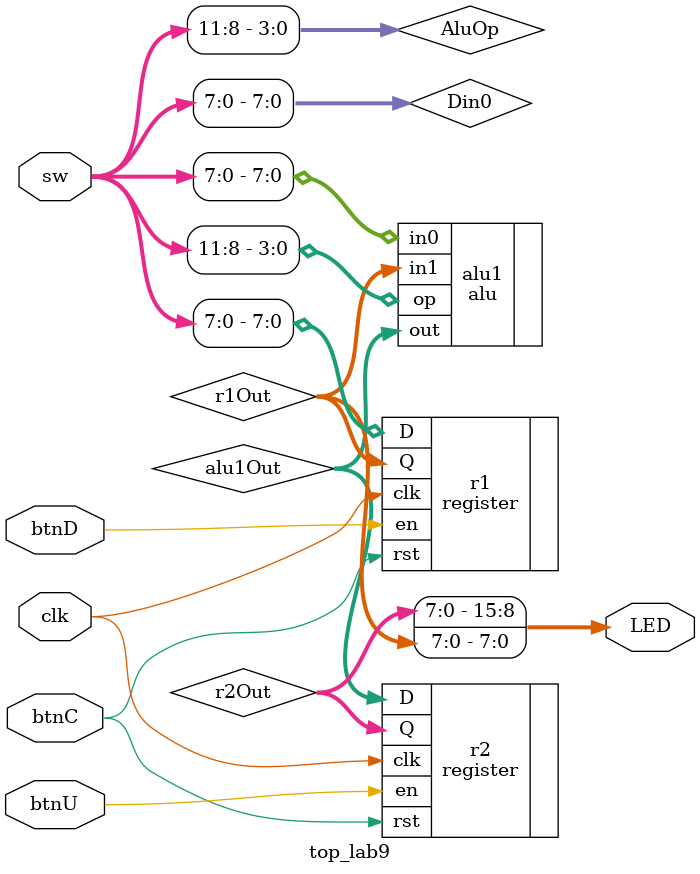
<source format=sv>
`timescale 1ns / 1ps

module top_lab9(
    input [15:0] sw,
    input btnU, btnD, clk, btnC,
    output [15:0] LED
);

wire [7:0] r1Out, alu1Out, r2Out;
wire [3:0] AluOp;
wire [7:0] Din0;

assign Din0 = sw[7:0];
assign AluOp = sw[11:8];

register #(.N(8)) r1 (.D(Din0) , .clk(clk) , .en(btnD) , .rst(btnC) , .Q(r1Out));  

alu #(.N(8)) alu1 (.in0(Din0), .in1(r1Out), .op(AluOp), .out(alu1Out)); 

register #(.N(8)) r2 (.D(alu1Out) , .clk(clk) , .en(btnU) , .rst(btnC) , .Q(r2Out));  

assign LED [7:0] = r1Out;

assign LED [15:8] = r2Out;

endmodule

</source>
